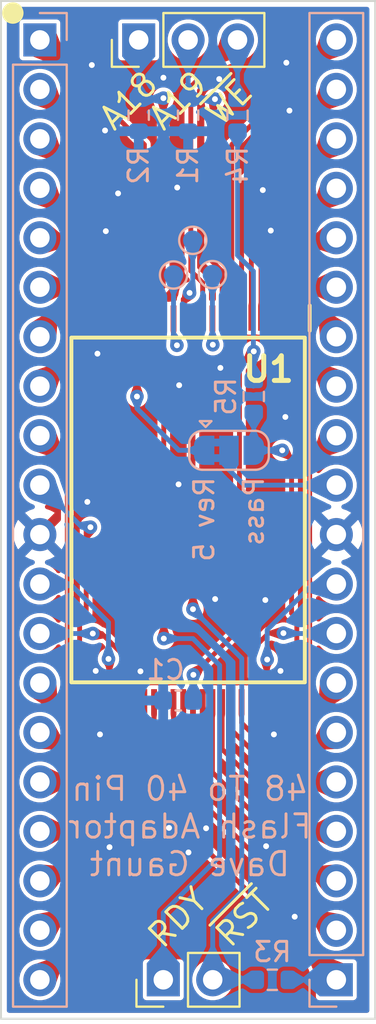
<source format=kicad_pcb>
(kicad_pcb (version 20241229) (generator "pcbnew") (generator_version "9.0")
  (layers (0 "F.Cu" signal) (2 "B.Cu" signal) (13 "F.Paste" user) (15 "B.Paste" user) (5 "F.SilkS" user "F.Silkscreen") (7 "B.SilkS" user "B.Silkscreen") (1 "F.Mask" user) (3 "B.Mask" user) (25 "Edge.Cuts" user))
  (net 0 "")
  (net 1 "GND")
  (net 2 "/A9")
  (net 3 "/A10")
  (net 4 "/A13")
  (net 5 "/A15")
  (net 6 "/A12")
  (net 7 "/A14")
  (net 8 "/A8")
  (net 9 "/A16")
  (net 10 "/~{BYTE}")
  (net 11 "/A11")
  (net 12 "/A1")
  (net 13 "/A0")
  (net 14 "/A3")
  (net 15 "/~{CE}")
  (net 16 "/A7")
  (net 17 "/A6")
  (net 18 "/A5")
  (net 19 "/A2")
  (net 20 "/~{OE}")
  (net 21 "/A17")
  (net 22 "/A4")
  (net 23 "/DQ5")
  (net 24 "/DQ14")
  (net 25 "/DQ15")
  (net 26 "/DQ13")
  (net 27 "/DQ4")
  (net 28 "/DQ6")
  (net 29 "/DQ12")
  (net 30 "/DQ7")
  (net 31 "/DQ1")
  (net 32 "/DQ2")
  (net 33 "/DQ11")
  (net 34 "/DQ8")
  (net 35 "/DQ3")
  (net 36 "/DQ0")
  (net 37 "/DQ10")
  (net 38 "/DQ9")
  (net 39 "Net-(JP1-B)")
  (net 40 "Net-(U1-NC_1)")
  (net 41 "Net-(U1-NC_2)")
  (net 42 "VCC")
  (net 43 "/READY")
  (net 44 "/A19")
  (net 45 "/~{RESET}")
  (net 46 "/~{WE}")
  (net 47 "/A18")
  (net 48 "Net-(U1-NC_3)")
  (footprint "Connector_PinHeader_2.54mm:PinHeader_1x03_P2.54mm_Vertical" (layer "F.Cu") (at 144.78 88.9 90)
    (property "Reference" "J1" (hide yes))
    (property "Value" "Address" (hide yes))
    (fp_line (start -1.38 -1.38) (end 0 -1.38) (stroke (width 0.12)) (layer "F.SilkS"))
    (fp_line (start -1.38 0) (end -1.38 -1.38) (stroke (width 0.12)) (layer "F.SilkS"))
    (fp_line (start 1.38 1.27) (end 1.38 6.46) (stroke (width 0.12)) (layer "F.SilkS"))
    (fp_line (start -1.38 1.27) (end 1.38 1.27) (stroke (width 0.12)) (layer "F.SilkS"))
    (fp_line (start -1.38 1.27) (end -1.38 6.46) (stroke (width 0.12)) (layer "F.SilkS"))
    (fp_line (start -1.38 6.46) (end 1.38 6.46) (stroke (width 0.12)) (layer "F.SilkS"))
    (pad "1" thru_hole rect (at 0 0 90) (size 1.7 1.7) (drill 1) (layers "*.Cu" "*.Mask") (net 47 "/A18"))
    (pad "2" thru_hole circle (at 0 2.54 90) (size 1.7 1.7) (drill 1) (layers "*.Cu" "*.Mask") (net 44 "/A19"))
    (pad "3" thru_hole circle (at 0 5.08 90) (size 1.7 1.7) (drill 1) (layers "*.Cu" "*.Mask") (net 46 "/~{WE}"))
  )
  (footprint "SamacSys_Parts:SOP50P2000X120-48N" (layer "F.Cu") (at 147.32 113.035 -90)
    (property "Reference" "U1" (at -7.225 -4.13 180) (layer "F.SilkS") (effects (font (size 1.27 1.27) (thickness 0.254))))
    (property "Value" "M29F160FT55N3E2" (hide yes))
    (fp_line (start -8.85 6) (end -8.85 -6) (stroke (width 0.2)) (layer "F.SilkS"))
    (fp_line (start 8.85 6) (end -8.85 6) (stroke (width 0.2)) (layer "F.SilkS"))
    (fp_line (start -8.85 -6) (end 8.85 -6) (stroke (width 0.2)) (layer "F.SilkS"))
    (fp_line (start 8.85 -6) (end 8.85 6) (stroke (width 0.2)) (layer "F.SilkS"))
    (fp_line (start -10.5 -6.25) (end -9.2 -6.25) (stroke (width 0.2)) (layer "F.SilkS"))
    (pad "1" smd rect (at -9.85 -5.75) (size 0.3 1.3) (layers "F.Cu" "F.Mask" "F.Paste") (net 5 "/A15"))
    (pad "2" smd rect (at -9.85 -5.25) (size 0.3 1.3) (layers "F.Cu" "F.Mask" "F.Paste") (net 7 "/A14"))
    (pad "3" smd rect (at -9.85 -4.75) (size 0.3 1.3) (layers "F.Cu" "F.Mask" "F.Paste") (net 4 "/A13"))
    (pad "4" smd rect (at -9.85 -4.25) (size 0.3 1.3) (layers "F.Cu" "F.Mask" "F.Paste") (net 6 "/A12"))
    (pad "5" smd rect (at -9.85 -3.75) (size 0.3 1.3) (layers "F.Cu" "F.Mask" "F.Paste") (net 11 "/A11"))
    (pad "6" smd rect (at -9.85 -3.25) (size 0.3 1.3) (layers "F.Cu" "F.Mask" "F.Paste") (net 3 "/A10"))
    (pad "7" smd rect (at -9.85 -2.75) (size 0.3 1.3) (layers "F.Cu" "F.Mask" "F.Paste") (net 2 "/A9"))
    (pad "8" smd rect (at -9.85 -2.25) (size 0.3 1.3) (layers "F.Cu" "F.Mask" "F.Paste") (net 8 "/A8"))
    (pad "9" smd rect (at -9.85 -1.75) (size 0.3 1.3) (layers "F.Cu" "F.Mask" "F.Paste") (net 44 "/A19"))
    (pad "10" smd rect (at -9.85 -1.25) (size 0.3 1.3) (layers "F.Cu" "F.Mask" "F.Paste") (net 40 "Net-(U1-NC_1)"))
    (pad "11" smd rect (at -9.85 -0.75) (size 0.3 1.3) (layers "F.Cu" "F.Mask" "F.Paste") (net 46 "/~{WE}"))
    (pad "12" smd rect (at -9.85 -0.25) (size 0.3 1.3) (layers "F.Cu" "F.Mask" "F.Paste") (net 45 "/~{RESET}"))
    (pad "13" smd rect (at -9.85 0.25) (size 0.3 1.3) (layers "F.Cu" "F.Mask" "F.Paste") (net 41 "Net-(U1-NC_2)"))
    (pad "14" smd rect (at -9.85 0.75) (size 0.3 1.3) (layers "F.Cu" "F.Mask" "F.Paste") (net 48 "Net-(U1-NC_3)"))
    (pad "15" smd rect (at -9.85 1.25) (size 0.3 1.3) (layers "F.Cu" "F.Mask" "F.Paste") (net 43 "/READY"))
    (pad "16" smd rect (at -9.85 1.75) (size 0.3 1.3) (layers "F.Cu" "F.Mask" "F.Paste") (net 47 "/A18"))
    (pad "17" smd rect (at -9.85 2.25) (size 0.3 1.3) (layers "F.Cu" "F.Mask" "F.Paste") (net 21 "/A17"))
    (pad "18" smd rect (at -9.85 2.75) (size 0.3 1.3) (layers "F.Cu" "F.Mask" "F.Paste") (net 16 "/A7"))
    (pad "19" smd rect (at -9.85 3.25) (size 0.3 1.3) (layers "F.Cu" "F.Mask" "F.Paste") (net 17 "/A6"))
    (pad "20" smd rect (at -9.85 3.75) (size 0.3 1.3) (layers "F.Cu" "F.Mask" "F.Paste") (net 18 "/A5"))
    (pad "21" smd rect (at -9.85 4.25) (size 0.3 1.3) (layers "F.Cu" "F.Mask" "F.Paste") (net 22 "/A4"))
    (pad "22" smd rect (at -9.85 4.75) (size 0.3 1.3) (layers "F.Cu" "F.Mask" "F.Paste") (net 14 "/A3"))
    (pad "23" smd rect (at -9.85 5.25) (size 0.3 1.3) (layers "F.Cu" "F.Mask" "F.Paste") (net 19 "/A2"))
    (pad "24" smd rect (at -9.85 5.75) (size 0.3 1.3) (layers "F.Cu" "F.Mask" "F.Paste") (net 12 "/A1"))
    (pad "25" smd rect (at 9.85 5.75) (size 0.3 1.3) (layers "F.Cu" "F.Mask" "F.Paste") (net 13 "/A0"))
    (pad "26" smd rect (at 9.85 5.25) (size 0.3 1.3) (layers "F.Cu" "F.Mask" "F.Paste") (net 15 "/~{CE}"))
    (pad "27" smd rect (at 9.85 4.75) (size 0.3 1.3) (layers "F.Cu" "F.Mask" "F.Paste") (net 1 "GND"))
    (pad "28" smd rect (at 9.85 4.25) (size 0.3 1.3) (layers "F.Cu" "F.Mask" "F.Paste") (net 20 "/~{OE}"))
    (pad "29" smd rect (at 9.85 3.75) (size 0.3 1.3) (layers "F.Cu" "F.Mask" "F.Paste") (net 36 "/DQ0"))
    (pad "30" smd rect (at 9.85 3.25) (size 0.3 1.3) (layers "F.Cu" "F.Mask" "F.Paste") (net 34 "/DQ8"))
    (pad "31" smd rect (at 9.85 2.75) (size 0.3 1.3) (layers "F.Cu" "F.Mask" "F.Paste") (net 31 "/DQ1"))
    (pad "32" smd rect (at 9.85 2.25) (size 0.3 1.3) (layers "F.Cu" "F.Mask" "F.Paste") (net 38 "/DQ9"))
    (pad "33" smd rect (at 9.85 1.75) (size 0.3 1.3) (layers "F.Cu" "F.Mask" "F.Paste") (net 32 "/DQ2"))
    (pad "34" smd rect (at 9.85 1.25) (size 0.3 1.3) (layers "F.Cu" "F.Mask" "F.Paste") (net 37 "/DQ10"))
    (pad "35" smd rect (at 9.85 0.75) (size 0.3 1.3) (layers "F.Cu" "F.Mask" "F.Paste") (net 35 "/DQ3"))
    (pad "36" smd rect (at 9.85 0.25) (size 0.3 1.3) (layers "F.Cu" "F.Mask" "F.Paste") (net 33 "/DQ11"))
    (pad "37" smd rect (at 9.85 -0.25) (size 0.3 1.3) (layers "F.Cu" "F.Mask" "F.Paste") (net 42 "VCC"))
    (pad "38" smd rect (at 9.85 -0.75) (size 0.3 1.3) (layers "F.Cu" "F.Mask" "F.Paste") (net 27 "/DQ4"))
    (pad "39" smd rect (at 9.85 -1.25) (size 0.3 1.3) (layers "F.Cu" "F.Mask" "F.Paste") (net 29 "/DQ12"))
    (pad "40" smd rect (at 9.85 -1.75) (size 0.3 1.3) (layers "F.Cu" "F.Mask" "F.Paste") (net 23 "/DQ5"))
    (pad "41" smd rect (at 9.85 -2.25) (size 0.3 1.3) (layers "F.Cu" "F.Mask" "F.Paste") (net 26 "/DQ13"))
    (pad "42" smd rect (at 9.85 -2.75) (size 0.3 1.3) (layers "F.Cu" "F.Mask" "F.Paste") (net 28 "/DQ6"))
    (pad "43" smd rect (at 9.85 -3.25) (size 0.3 1.3) (layers "F.Cu" "F.Mask" "F.Paste") (net 24 "/DQ14"))
    (pad "44" smd rect (at 9.85 -3.75) (size 0.3 1.3) (layers "F.Cu" "F.Mask" "F.Paste") (net 30 "/DQ7"))
    (pad "45" smd rect (at 9.85 -4.25) (size 0.3 1.3) (layers "F.Cu" "F.Mask" "F.Paste") (net 25 "/DQ15"))
    (pad "46" smd rect (at 9.85 -4.75) (size 0.3 1.3) (layers "F.Cu" "F.Mask" "F.Paste") (net 1 "GND"))
    (pad "47" smd rect (at 9.85 -5.25) (size 0.3 1.3) (layers "F.Cu" "F.Mask" "F.Paste") (net 39 "Net-(JP1-B)"))
    (pad "48" smd rect (at 9.85 -5.75) (size 0.3 1.3) (layers "F.Cu" "F.Mask" "F.Paste") (net 9 "/A16"))
  )
  (footprint "Connector_PinHeader_2.54mm:PinHeader_1x02_P2.54mm_Vertical" (layer "F.Cu") (at 146.045 137.16 90)
    (property "Reference" "J3" (hide yes))
    (property "Value" "Reset" (hide yes))
    (fp_line (start -1.38 -1.38) (end 0 -1.38) (stroke (width 0.12)) (layer "F.SilkS"))
    (fp_line (start -1.38 0) (end -1.38 -1.38) (stroke (width 0.12)) (layer "F.SilkS"))
    (fp_line (start 1.38 1.27) (end 1.38 3.92) (stroke (width 0.12)) (layer "F.SilkS"))
    (fp_line (start -1.38 1.27) (end 1.38 1.27) (stroke (width 0.12)) (layer "F.SilkS"))
    (fp_line (start -1.38 1.27) (end -1.38 3.92) (stroke (width 0.12)) (layer "F.SilkS"))
    (fp_line (start -1.38 3.92) (end 1.38 3.92) (stroke (width 0.12)) (layer "F.SilkS"))
    (pad "1" thru_hole rect (at 0 0 90) (size 1.7 1.7) (drill 1) (layers "*.Cu" "*.Mask") (net 43 "/READY"))
    (pad "2" thru_hole circle (at 0 2.54 90) (size 1.7 1.7) (drill 1) (layers "*.Cu" "*.Mask") (net 45 "/~{RESET}"))
  )
  (footprint "TestPoint:TestPoint_Pad_D1.0mm" (layer "B.Cu") (at 147.56 99.19 180)
    (property "Reference" "TP2" (hide yes))
    (property "Value" "TestPoint" (hide yes))
    (fp_circle (center 0 0) (end 0 -0.7) (stroke (width 0.12)) (fill no) (layer "B.SilkS"))
    (pad "1" smd circle (at 0 0 180) (size 1 1) (layers "B.Cu" "B.Mask") (net 41 "Net-(U1-NC_2)"))
  )
  (footprint "Connector_PinHeader_2.54mm:PinHeader_1x20_P2.54mm_Vertical" (layer "B.Cu") (at 139.7 88.9 180)
    (property "Reference" "J5" (hide yes))
    (property "Value" "Left Pins" (hide yes))
    (fp_line (start 1.38 -1.27) (end 1.38 -49.64) (stroke (width 0.12)) (layer "B.SilkS"))
    (fp_line (start -1.38 1.38) (end 0 1.38) (stroke (width 0.12)) (layer "B.SilkS"))
    (fp_line (start -1.38 0) (end -1.38 1.38) (stroke (width 0.12)) (layer "B.SilkS"))
    (fp_line (start -1.38 -1.27) (end 1.38 -1.27) (stroke (width 0.12)) (layer "B.SilkS"))
    (fp_line (start -1.38 -1.27) (end -1.38 -49.64) (stroke (width 0.12)) (layer "B.SilkS"))
    (fp_line (start -1.38 -49.64) (end 1.38 -49.64) (stroke (width 0.12)) (layer "B.SilkS"))
    (pad "1" thru_hole rect (at 0 0 180) (size 1.7 1.7) (drill 1) (layers "*.Cu" "*.Mask") (net 21 "/A17"))
    (pad "2" thru_hole circle (at 0 -2.54 180) (size 1.7 1.7) (drill 1) (layers "*.Cu" "*.Mask") (net 16 "/A7"))
    (pad "3" thru_hole circle (at 0 -5.08 180) (size 1.7 1.7) (drill 1) (layers "*.Cu" "*.Mask") (net 17 "/A6"))
    (pad "4" thru_hole circle (at 0 -7.62 180) (size 1.7 1.7) (drill 1) (layers "*.Cu" "*.Mask") (net 18 "/A5"))
    (pad "5" thru_hole circle (at 0 -10.16 180) (size 1.7 1.7) (drill 1) (layers "*.Cu" "*.Mask") (net 22 "/A4"))
    (pad "6" thru_hole circle (at 0 -12.7 180) (size 1.7 1.7) (drill 1) (layers "*.Cu" "*.Mask") (net 14 "/A3"))
    (pad "7" thru_hole circle (at 0 -15.24 180) (size 1.7 1.7) (drill 1) (layers "*.Cu" "*.Mask") (net 19 "/A2"))
    (pad "8" thru_hole circle (at 0 -17.78 180) (size 1.7 1.7) (drill 1) (layers "*.Cu" "*.Mask") (net 12 "/A1"))
    (pad "9" thru_hole circle (at 0 -20.32 180) (size 1.7 1.7) (drill 1) (layers "*.Cu" "*.Mask") (net 13 "/A0"))
    (pad "10" thru_hole circle (at 0 -22.86 180) (size 1.7 1.7) (drill 1) (layers "*.Cu" "*.Mask") (net 15 "/~{CE}"))
    (pad "11" thru_hole circle (at 0 -25.4 180) (size 1.7 1.7) (drill 1) (layers "*.Cu" "*.Mask") (net 1 "GND"))
    (pad "12" thru_hole circle (at 0 -27.94 180) (size 1.7 1.7) (drill 1) (layers "*.Cu" "*.Mask") (net 20 "/~{OE}"))
    (pad "13" thru_hole circle (at 0 -30.48 180) (size 1.7 1.7) (drill 1) (layers "*.Cu" "*.Mask") (net 36 "/DQ0"))
    (pad "14" thru_hole circle (at 0 -33.02 180) (size 1.7 1.7) (drill 1) (layers "*.Cu" "*.Mask") (net 34 "/DQ8"))
    (pad "15" thru_hole circle (at 0 -35.56 180) (size 1.7 1.7) (drill 1) (layers "*.Cu" "*.Mask") (net 31 "/DQ1"))
    (pad "16" thru_hole circle (at 0 -38.1 180) (size 1.7 1.7) (drill 1) (layers "*.Cu" "*.Mask") (net 38 "/DQ9"))
    (pad "17" thru_hole circle (at 0 -40.64 180) (size 1.7 1.7) (drill 1) (layers "*.Cu" "*.Mask") (net 32 "/DQ2"))
    (pad "18" thru_hole circle (at 0 -43.18 180) (size 1.7 1.7) (drill 1) (layers "*.Cu" "*.Mask") (net 37 "/DQ10"))
    (pad "19" thru_hole circle (at 0 -45.72 180) (size 1.7 1.7) (drill 1) (layers "*.Cu" "*.Mask") (net 35 "/DQ3"))
    (pad "20" thru_hole circle (at 0 -48.26 180) (size 1.7 1.7) (drill 1) (layers "*.Cu" "*.Mask") (net 33 "/DQ11"))
  )
  (footprint "Resistor_SMD:R_0603_1608Metric" (layer "B.Cu") (at 150.695 107.2075 -90)
    (property "Reference" "R5" (at 0 1.43 90) (layer "B.SilkS") (effects (justify mirror)))
    (property "Value" "10k" (hide yes))
    (fp_line (start -0.237258 0.5225) (end 0.237258 0.5225) (stroke (width 0.12)) (layer "B.SilkS"))
    (fp_line (start -0.237258 -0.5225) (end 0.237258 -0.5225) (stroke (width 0.12)) (layer "B.SilkS"))
    (pad "1" smd roundrect (at -0.825 0 270) (size 0.8 0.95) (layers "B.Cu" "B.Mask" "B.Paste") (net 42 "VCC"))
    (pad "2" smd roundrect (at 0.825 0 270) (size 0.8 0.95) (layers "B.Cu" "B.Mask" "B.Paste") (net 39 "Net-(JP1-B)"))
  )
  (footprint "Jumper:SolderJumper-3_P1.3mm_Bridged2Bar12_RoundedPad1.0x1.5mm" (layer "B.Cu") (at 149.42 109.9725)
    (property "Reference" "JP1" (hide yes))
    (property "Value" "SolderJumper_3_Bridged12" (hide yes))
    (fp_poly (pts (xy -0.9 -0.2) (xy -0.4 -0.2) (xy -0.4 -0.6) (xy -0.9 -0.6)) (fill yes) (layer "B.Cu"))
    (fp_poly (pts (xy -0.9 0.6) (xy -0.4 0.6) (xy -0.4 0.2) (xy -0.9 0.2)) (fill yes) (layer "B.Cu"))
    (fp_line (start -2.05 -0.3) (end -2.05 0.3) (stroke (width 0.12)) (layer "B.SilkS"))
    (fp_line (start -1.5 -1.5) (end -0.9 -1.5) (stroke (width 0.12)) (layer "B.SilkS"))
    (fp_line (start -1.4 1) (end 1.4 1) (stroke (width 0.12)) (layer "B.SilkS"))
    (fp_line (start -1.2 -1.2) (end -1.5 -1.5) (stroke (width 0.12)) (layer "B.SilkS"))
    (fp_line (start -1.2 -1.2) (end -0.9 -1.5) (stroke (width 0.12)) (layer "B.SilkS"))
    (fp_line (start 1.4 -1) (end -1.4 -1) (stroke (width 0.12)) (layer "B.SilkS"))
    (fp_line (start 2.05 0.3) (end 2.05 -0.3) (stroke (width 0.12)) (layer "B.SilkS"))
    (fp_arc (start -2.05 -0.3) (mid -1.844975 -0.794975) (end -1.35 -1) (stroke (width 0.12)) (layer "B.SilkS"))
    (fp_arc (start -1.35 1) (mid -1.844975 0.794975) (end -2.05 0.3) (stroke (width 0.12)) (layer "B.SilkS"))
    (fp_arc (start 1.35 -1) (mid 1.844975 -0.794975) (end 2.05 -0.3) (stroke (width 0.12)) (layer "B.SilkS"))
    (fp_arc (start 2.05 0.3) (mid 1.844975 0.794975) (end 1.35 1) (stroke (width 0.12)) (layer "B.SilkS"))
    (pad "1" smd custom (at -1.3 0) (size 1 0.5) (layers "B.Cu" "B.Mask") (net 21 "/A17") (options (clearance outline) (anchor rect)) (primitives (gr_circle (center 0 -0.25) (end 0.5 -0.25) (width 0) (fill yes)) (gr_circle (center 0 0.25) (end 0.5 0.25) (width 0) (fill yes)) (gr_poly (pts (xy 0.55 -0.75) (xy 0 -0.75) (xy 0 0.75) (xy 0.55 0.75)) (width 0) (fill yes))))
    (pad "2" smd rect (at 0 0) (size 1 1.5) (layers "B.Cu" "B.Mask") (net 10 "/~{BYTE}"))
    (pad "3" smd custom (at 1.3 0) (size 1 0.5) (layers "B.Cu" "B.Mask") (net 39 "Net-(JP1-B)") (options (clearance outline) (anchor rect)) (primitives (gr_circle (center 0 -0.25) (end 0.5 -0.25) (width 0) (fill yes)) (gr_circle (center 0 0.25) (end 0.5 0.25) (width 0) (fill yes)) (gr_poly (pts (xy 0 -0.75) (xy -0.55 -0.75) (xy -0.55 0.75) (xy 0 0.75)) (width 0) (fill yes))))
  )
  (footprint "Resistor_SMD:R_0603_1608Metric" (layer "B.Cu") (at 149.86 92.765 -90)
    (property "Reference" "R4" (at 2.585 -0.01 90) (layer "B.SilkS") (effects (justify mirror)))
    (property "Value" "10k")
    (fp_line (start -0.237258 0.5225) (end 0.237258 0.5225) (stroke (width 0.12)) (layer "B.SilkS"))
    (fp_line (start -0.237258 -0.5225) (end 0.237258 -0.5225) (stroke (width 0.12)) (layer "B.SilkS"))
    (pad "1" smd roundrect (at -0.825 0 270) (size 0.8 0.95) (layers "B.Cu" "B.Mask" "B.Paste") (net 46 "/~{WE}"))
    (pad "2" smd roundrect (at 0.825 0 270) (size 0.8 0.95) (layers "B.Cu" "B.Mask" "B.Paste") (net 42 "VCC"))
  )
  (footprint "Resistor_SMD:R_0603_1608Metric" (layer "B.Cu") (at 151.65 137.16 180)
    (property "Reference" "R3" (at 0 1.43 0) (layer "B.SilkS") (effects (justify mirror)))
    (property "Value" "10k")
    (fp_line (start -0.237258 0.5225) (end 0.237258 0.5225) (stroke (width 0.12)) (layer "B.SilkS"))
    (fp_line (start -0.237258 -0.5225) (end 0.237258 -0.5225) (stroke (width 0.12)) (layer "B.SilkS"))
    (pad "1" smd roundrect (at -0.825 0 180) (size 0.8 0.95) (layers "B.Cu" "B.Mask" "B.Paste") (net 42 "VCC"))
    (pad "2" smd roundrect (at 0.825 0 180) (size 0.8 0.95) (layers "B.Cu" "B.Mask" "B.Paste") (net 45 "/~{RESET}"))
  )
  (footprint "Capacitor_SMD:C_0603_1608Metric" (layer "B.Cu") (at 146.815 122.82)
    (property "Reference" "C1" (at -0.655 -1.57 0) (layer "B.SilkS") (effects (justify mirror)))
    (property "Value" "100nf" (hide yes))
    (fp_line (start -0.14058 -0.51) (end 0.14058 -0.51) (stroke (width 0.12)) (layer "B.SilkS"))
    (fp_line (start -0.14058 0.51) (end 0.14058 0.51) (stroke (width 0.12)) (layer "B.SilkS"))
    (pad "1" smd roundrect (at -0.775 0) (size 0.9 0.95) (layers "B.Cu" "B.Mask" "B.Paste") (net 1 "GND"))
    (pad "2" smd roundrect (at 0.775 0) (size 0.9 0.95) (layers "B.Cu" "B.Mask" "B.Paste") (net 42 "VCC"))
  )
  (footprint "Connector_PinHeader_2.54mm:PinHeader_1x20_P2.54mm_Vertical" (layer "B.Cu") (at 154.94 137.16)
    (property "Reference" "J2" (hide yes))
    (property "Value" "Right Pins" (hide yes))
    (fp_line (start -1.38 -49.64) (end 1.38 -49.64) (stroke (width 0.12)) (layer "B.SilkS"))
    (fp_line (start -1.38 -1.27) (end -1.38 -49.64) (stroke (width 0.12)) (layer "B.SilkS"))
    (fp_line (start -1.38 -1.27) (end 1.38 -1.27) (stroke (width 0.12)) (layer "B.SilkS"))
    (fp_line (start -1.38 0) (end -1.38 1.38) (stroke (width 0.12)) (layer "B.SilkS"))
    (fp_line (start -1.38 1.38) (end 0 1.38) (stroke (width 0.12)) (layer "B.SilkS"))
    (fp_line (start 1.38 -1.27) (end 1.38 -49.64) (stroke (width 0.12)) (layer "B.SilkS"))
    (pad "1" thru_hole rect (at 0 0) (size 1.7 1.7) (drill 1) (layers "*.Cu" "*.Mask") (net 42 "VCC"))
    (pad "2" thru_hole circle (at 0 -2.54) (size 1.7 1.7) (drill 1) (layers "*.Cu" "*.Mask") (net 27 "/DQ4"))
    (pad "3" thru_hole circle (at 0 -5.08) (size 1.7 1.7) (drill 1) (layers "*.Cu" "*.Mask") (net 29 "/DQ12"))
    (pad "4" thru_hole circle (at 0 -7.62) (size 1.7 1.7) (drill 1) (layers "*.Cu" "*.Mask") (net 23 "/DQ5"))
    (pad "5" thru_hole circle (at 0 -10.16) (size 1.7 1.7) (drill 1) (layers "*.Cu" "*.Mask") (net 26 "/DQ13"))
    (pad "6" thru_hole circle (at 0 -12.7) (size 1.7 1.7) (drill 1) (layers "*.Cu" "*.Mask") (net 28 "/DQ6"))
    (pad "7" thru_hole circle (at 0 -15.24) (size 1.7 1.7) (drill 1) (layers "*.Cu" "*.Mask") (net 24 "/DQ14"))
    (pad "8" thru_hole circle (at 0 -17.78) (size 1.7 1.7) (drill 1) (layers "*.Cu" "*.Mask") (net 30 "/DQ7"))
    (pad "9" thru_hole circle (at 0 -20.32) (size 1.7 1.7) (drill 1) (layers "*.Cu" "*.Mask") (net 25 "/DQ15"))
    (pad "10" thru_hole circle (at 0 -22.86) (size 1.7 1.7) (drill 1) (layers "*.Cu" "*.Mask") (net 1 "GND"))
    (pad "11" thru_hole circle (at 0 -25.4) (size 1.7 1.7) (drill 1) (layers "*.Cu" "*.Mask") (net 10 "/~{BYTE}"))
    (pad "12" thru_hole circle (at 0 -27.94) (size 1.7 1.7) (drill 1) (layers "*.Cu" "*.Mask") (net 9 "/A16"))
    (pad "13" thru_hole circle (at 0 -30.48) (size 1.7 1.7) (drill 1) (layers "*.Cu" "*.Mask") (net 5 "/A15"))
    (pad "14" thru_hole circle (at 0 -33.02) (size 1.7 1.7) (drill 1) (layers "*.Cu" "*.Mask") (net 7 "/A14"))
    (pad "15" thru_hole circle (at 0 -35.56) (size 1.7 1.7) (drill 1) (layers "*.Cu" "*.Mask") (net 4 "/A13"))
    (pad "16" thru_hole circle (at 0 -38.1) (size 1.7 1.7) (drill 1) (layers "*.Cu" "*.Mask") (net 6 "/A12"))
    (pad "17" thru_hole circle (at 0 -40.64) (size 1.7 1.7) (drill 1) (layers "*.Cu" "*.Mask") (net 11 "/A11"))
    (pad "18" thru_hole circle (at 0 -43.18) (size 1.7 1.7) (drill 1) (layers "*.Cu" "*.Mask") (net 3 "/A10"))
    (pad "19" thru_hole circle (at 0 -45.72) (size 1.7 1.7) (drill 1) (layers "*.Cu" "*.Mask") (net 2 "/A9"))
    (pad "20" thru_hole circle (at 0 -48.26) (size 1.7 1.7) (drill 1) (layers "*.Cu" "*.Mask") (net 8 "/A8"))
  )
  (footprint "Resistor_SMD:R_0603_1608Metric" (layer "B.Cu") (at 144.78 92.765 90)
    (property "Reference" "R2" (at -2.585 -0.01 90) (layer "B.SilkS") (effects (justify mirror)))
    (property "Value" "10k" (hide yes))
    (fp_line (start -0.237258 -0.5225) (end 0.237258 -0.5225) (stroke (width 0.12)) (layer "B.SilkS"))
    (fp_line (start -0.237258 0.5225) (end 0.237258 0.5225) (stroke (width 0.12)) (layer "B.SilkS"))
    (pad "1" smd roundrect (at -0.825 0 90) (size 0.8 0.95) (layers "B.Cu" "B.Mask" "B.Paste") (net 1 "GND"))
    (pad "2" smd roundrect (at 0.825 0 90) (size 0.8 0.95) (layers "B.Cu" "B.Mask" "B.Paste") (net 47 "/A18"))
  )
  (footprint "TestPoint:TestPoint_Pad_D1.0mm" (layer "B.Cu") (at 146.57 100.97 180)
    (property "Reference" "TP3" (hide yes))
    (property "Value" "TestPoint" (hide yes))
    (fp_circle (center 0 0) (end 0 -0.7) (stroke (width 0.12)) (fill no) (layer "B.SilkS"))
    (pad "1" smd circle (at 0 0 180) (size 1 1) (layers "B.Cu" "B.Mask") (net 48 "Net-(U1-NC_3)"))
  )
  (footprint "Resistor_SMD:R_0603_1608Metric" (layer "B.Cu") (at 147.32 92.765 90)
    (property "Reference" "R1" (at -2.585 -0.01 90) (layer "B.SilkS") (effects (justify mirror)))
    (property "Value" "10k" (hide yes))
    (fp_line (start -0.237258 -0.5225) (end 0.237258 -0.5225) (stroke (width 0.12)) (layer "B.SilkS"))
    (fp_line (start -0.237258 0.5225) (end 0.237258 0.5225) (stroke (width 0.12)) (layer "B.SilkS"))
    (pad "1" smd roundrect (at -0.825 0 90) (size 0.8 0.95) (layers "B.Cu" "B.Mask" "B.Paste") (net 1 "GND"))
    (pad "2" smd roundrect (at 0.825 0 90) (size 0.8 0.95) (layers "B.Cu" "B.Mask" "B.Paste") (net 44 "/A19"))
  )
  (footprint "TestPoint:TestPoint_Pad_D1.0mm" (layer "B.Cu") (at 148.57 100.95 180)
    (property "Reference" "TP1" (hide yes))
    (property "Value" "TestPoint" (hide yes))
    (fp_circle (center 0 0) (end 0 -0.7) (stroke (width 0.12)) (fill no) (layer "B.SilkS"))
    (pad "1" smd circle (at 0 0 180) (size 1 1) (layers "B.Cu" "B.Mask") (net 40 "Net-(U1-NC_1)"))
  )
  (gr_circle (center 138.31 87.52) (end 138.81 87.52) (stroke (width 0.1)) (fill yes) (layer "F.SilkS"))
  (gr_rect (start 137.7 86.9) (end 156.94 139.16) (stroke (width 0.1)) (fill no) (layer "Edge.Cuts"))
  (gr_text "A19" (at 148.54 91.26 45) (layer "F.SilkS") (effects (font (size 1.2 1.2)) (justify right bottom)))
  (gr_text "~{WE}" (at 150.874181 91.660273 45) (layer "F.SilkS") (effects (font (size 1.2 1.2)) (justify right bottom)))
  (gr_text "A18" (at 146 91.26 45) (layer "F.SilkS") (effects (font (size 1.2 1.2)) (justify right bottom)))
  (gr_text "RDY" (at 146.01 135.75 45) (layer "F.SilkS") (effects (font (size 1.2 1.2)) (justify left bottom)))
  (gr_text "~{RST}\n" (at 149.48 135.705805 45) (layer "F.SilkS") (effects (font (size 1.2 1.2)) (justify left bottom)))
  (gr_text "Pass" (at 150.695 111.25 90) (layer "B.SilkS") (effects (font (size 1 1)) (justify left mirror)))
  (gr_text "Rev 5" (at 148.145 111.25 90) (layer "B.SilkS") (effects (font (size 1 1)) (justify left mirror)))
  (gr_text "48 To 40 Pin\nFlash Adaptor\nDave Gaunt" (at 147.41 129.29 0) (layer "B.SilkS") (effects (font (size 1.2 1.2)) (justify mirror)))
  (segment (start 152.07 121.3) (end 152.07 122.885) (width 0.25) (layer "F.Cu") (net 1))
  (segment (start 142.57 121.29) (end 142.57 122.885) (width 0.25) (layer "F.Cu") (net 1))
  (via (at 152.8 133.92) (size 0.7) (drill 0.3) (layers "F.Cu" "B.Cu") (net 1))
  (via (at 142.57 121.3) (size 0.7) (drill 0.3) (layers "F.Cu" "B.Cu") (net 1))
  (via (at 148.71 117.61) (size 0.7) (drill 0.3) (layers "F.Cu" "B.Cu") (net 1))
  (via (at 151.16 96.61) (size 0.7) (drill 0.3) (layers "F.Cu" "B.Cu") (net 1))
  (via (at 142.66 105.01) (size 0.7) (drill 0.3) (layers "F.Cu" "B.Cu") (net 1))
  (via (at 152.32 108.26) (size 0.7) (drill 0.3) (layers "F.Cu" "B.Cu") (net 1))
  (via (at 151.57 98.69) (size 0.7) (drill 0.3) (layers "F.Cu" "B.Cu") (net 1))
  (via (at 143.05 93.55) (size 0.7) (drill 0.3) (layers "F.Cu" "B.Cu") (net 1))
  (via (at 146.34 129.36) (size 0.7) (drill 0.3) (layers "F.Cu" "B.Cu") (net 1))
  (via (at 152.37 90.07) (size 0.7) (drill 0.3) (layers "F.Cu" "B.Cu") (net 1))
  (via (at 148.98 105.74) (size 0.7) (drill 0.3) (layers "F.Cu" "B.Cu") (net 1))
  (via (at 142.37 90.19) (size 0.7) (drill 0.3) (layers "F.Cu" "B.Cu") (net 1))
  (via (at 147.34 130.62) (size 0.7) (drill 0.3) (layers "F.Cu" "B.Cu") (net 1))
  (via (at 146.76 96.48) (size 0.7) (drill 0.3) (layers "F.Cu" "B.Cu") (net 1))
  (via (at 143.28 130.35) (size 0.7) (drill 0.3) (layers "F.Cu" "B.Cu") (net 1))
  (via (at 144.87 121.32) (size 0.7) (drill 0.3) (layers "F.Cu" "B.Cu") (net 1))
  (via (at 151.33 130.3) (size 0.7) (drill 0.3) (layers "F.Cu" "B.Cu") (net 1))
  (via (at 151.29 117.66) (size 0.7) (drill 0.3) (layers "F.Cu" "B.Cu") (net 1))
  (via (at 148.245 129.38) (size 0.7) (drill 0.3) (layers "F.Cu" "B.Cu") (net 1))
  (via (at 146.86 106.63) (size 0.7) (drill 0.3) (layers "F.Cu" "B.Cu") (net 1))
  (via (at 143.09 98.72) (size 0.7) (drill 0.3) (layers "F.Cu" "B.Cu") (net 1))
  (via (at 146.05 90.84) (size 0.7) (drill 0.3) (layers "F.Cu" "B.Cu") (net 1))
  (via (at 142.14 112.62) (size 0.7) (drill 0.3) (layers "F.Cu" "B.Cu") (net 1))
  (via (at 151.73 124.56) (size 0.7) (drill 0.3) (layers "F.Cu" "B.Cu") (net 1))
  (via (at 142.79 124.56) (size 0.7) (drill 0.3) (layers "F.Cu" "B.Cu") (net 1))
  (via (at 148.92 90.91) (size 0.7) (drill 0.3) (layers "F.Cu" "B.Cu") (net 1))
  (via (at 146.83 111.72) (size 0.7) (drill 0.3) (layers "F.Cu" "B.Cu") (net 1))
  (via (at 152.07 121.3) (size 0.7) (drill 0.3) (layers "F.Cu" "B.Cu") (net 1))
  (via (at 143.72 96.78) (size 0.7) (drill 0.3) (layers "F.Cu" "B.Cu") (net 1))
  (via (at 152.53 92.53) (size 0.7) (drill 0.3) (layers "F.Cu" "B.Cu") (net 1))
  (segment (start 150.07 96.31) (end 154.94 91.44) (width 0.25) (layer "F.Cu") (net 2))
  (segment (start 150.07 103.185) (end 150.07 96.31) (width 0.25) (layer "F.Cu") (net 2))
  (segment (start 150.57 103.185) (end 150.57 98.35) (width 0.25) (layer "F.Cu") (net 3))
  (segment (start 150.57 98.35) (end 154.94 93.98) (width 0.25) (layer "F.Cu") (net 3))
  (segment (start 152.53 101.6) (end 154.94 101.6) (width 0.25) (layer "F.Cu") (net 4))
  (segment (start 152.07 102.06) (end 152.53 101.6) (width 0.25) (layer "F.Cu") (net 4))
  (segment (start 152.07 103.185) (end 152.07 102.06) (width 0.25) (layer "F.Cu") (net 4))
  (segment (start 153.07 103.185) (end 153.07 104.81) (width 0.25) (layer "F.Cu") (net 5))
  (segment (start 153.07 104.81) (end 154.94 106.68) (width 0.25) (layer "F.Cu") (net 5))
  (segment (start 151.57 101.227919) (end 153.737919 99.06) (width 0.25) (layer "F.Cu") (net 6))
  (segment (start 153.737919 99.06) (end 154.94 99.06) (width 0.25) (layer "F.Cu") (net 6))
  (segment (start 151.57 103.185) (end 151.57 101.227919) (width 0.25) (layer "F.Cu") (net 6))
  (segment (start 153.546 102.209) (end 154.94 103.603) (width 0.25) (layer "F.Cu") (net 7))
  (segment (start 154.94 103.603) (end 154.94 104.14) (width 0.25) (layer "F.Cu") (net 7))
  (segment (start 152.57 102.233) (end 152.594 102.209) (width 0.25) (layer "F.Cu") (net 7))
  (segment (start 152.57 103.185) (end 152.57 102.233) (width 0.25) (layer "F.Cu") (net 7))
  (segment (start 152.594 102.209) (end 153.546 102.209) (width 0.25) (layer "F.Cu") (net 7))
  (segment (start 149.57 103.185) (end 149.57 94.27) (width 0.25) (layer "F.Cu") (net 8))
  (segment (start 149.57 94.27) (end 154.94 88.9) (width 0.25) (layer "F.Cu") (net 8))
  (segment (start 153.07 122.22) (end 153.57 121.72) (width 0.25) (layer "F.Cu") (net 9))
  (segment (start 153.07 122.885) (end 153.07 122.22) (width 0.25) (layer "F.Cu") (net 9))
  (segment (start 153.57 110.59) (end 154.94 109.22) (width 0.25) (layer "F.Cu") (net 9))
  (segment (start 153.57 121.72) (end 153.57 110.59) (width 0.25) (layer "F.Cu") (net 9))
  (segment (start 149.42 110.9725) (end 150.2075 111.76) (width 0.25) (layer "B.Cu") (net 10))
  (segment (start 149.42 109.9725) (end 149.42 110.9725) (width 0.25) (layer "B.Cu") (net 10))
  (segment (start 150.2075 111.76) (end 154.94 111.76) (width 0.25) (layer "B.Cu") (net 10))
  (segment (start 151.07 100.39) (end 154.94 96.52) (width 0.25) (layer "F.Cu") (net 11))
  (segment (start 151.07 103.185) (end 151.07 100.39) (width 0.25) (layer "F.Cu") (net 11))
  (segment (start 141.57 104.81) (end 139.7 106.68) (width 0.25) (layer "F.Cu") (net 12))
  (segment (start 141.57 103.185) (end 141.57 104.81) (width 0.25) (layer "F.Cu") (net 12))
  (segment (start 141.57 122.885) (end 141.58 122.875) (width 0.25) (layer "F.Cu") (net 13))
  (segment (start 141.58 122) (end 141.11 121.53) (width 0.25) (layer "F.Cu") (net 13))
  (segment (start 141.11 121.53) (end 141.11 110.63) (width 0.25) (layer "F.Cu") (net 13))
  (segment (start 141.58 122.875) (end 141.58 122) (width 0.25) (layer "F.Cu") (net 13))
  (segment (start 141.11 110.63) (end 139.7 109.22) (width 0.25) (layer "F.Cu") (net 13))
  (segment (start 142.57 103.185) (end 142.57 102.09519) (width 0.25) (layer "F.Cu") (net 14))
  (segment (start 142.57 102.09519) (end 142.07481 101.6) (width 0.25) (layer "F.Cu") (net 14))
  (segment (start 142.07481 101.6) (end 139.7 101.6) (width 0.25) (layer "F.Cu") (net 14))
  (segment (start 141.744 118.636) (end 141.744 121.430009) (width 0.25) (layer "F.Cu") (net 15))
  (segment (start 141.744 121.430009) (end 142.07 121.756009) (width 0.25) (layer "F.Cu") (net 15))
  (segment (start 142.08 118.3) (end 141.744 118.636) (width 0.25) (layer "F.Cu") (net 15))
  (segment (start 142.08 114.14) (end 142.08 118.3) (width 0.25) (layer "F.Cu") (net 15))
  (segment (start 142.07 121.756009) (end 142.07 122.885) (width 0.25) (layer "F.Cu") (net 15))
  (via (at 142.3 113.92) (size 0.7) (drill 0.3) (layers "F.Cu" "B.Cu") (net 15))
  (segment (start 141.86 113.92) (end 139.7 111.76) (width 0.25) (layer "B.Cu") (net 15))
  (segment (start 142.3 113.92) (end 141.86 113.92) (width 0.25) (layer "B.Cu") (net 15))
  (segment (start 144.57 103.185) (end 144.57 96.31) (width 0.25) (layer "F.Cu") (net 16))
  (segment (start 144.57 96.31) (end 139.7 91.44) (width 0.25) (layer "F.Cu") (net 16))
  (segment (start 144.07 103.185) (end 144.07 98.35) (width 0.25) (layer "F.Cu") (net 17))
  (segment (start 144.07 98.35) (end 139.7 93.98) (width 0.25) (layer "F.Cu") (net 17))
  (segment (start 143.57 100.39) (end 139.7 96.52) (width 0.25) (layer "F.Cu") (net 18))
  (segment (start 143.57 103.185) (end 143.57 100.39) (width 0.25) (layer "F.Cu") (net 18))
  (segment (start 141.094 102.209) (end 139.7 103.603) (width 0.25) (layer "F.Cu") (net 19))
  (segment (start 142.07 103.185) (end 142.07 102.233) (width 0.25) (layer "F.Cu") (net 19))
  (segment (start 139.7 103.603) (end 139.7 104.14) (width 0.25) (layer "F.Cu") (net 19))
  (segment (start 142.07 102.233) (end 142.046 102.209) (width 0.25) (layer "F.Cu") (net 19))
  (segment (start 142.046 102.209) (end 141.094 102.209) (width 0.25) (layer "F.Cu") (net 19))
  (segment (start 143.07 122.885) (end 143.07 121.756009) (width 0.25) (layer "F.Cu") (net 20))
  (segment (start 143.246 120.703866) (end 143.226585 120.684451) (width 0.25) (layer "F.Cu") (net 20))
  (segment (start 143.246 121.580009) (end 143.246 120.703866) (width 0.25) (layer "F.Cu") (net 20))
  (segment (start 143.07 121.756009) (end 143.246 121.580009) (width 0.25) (layer "F.Cu") (net 20))
  (via (at 143.226585 120.684451) (size 0.7) (drill 0.3) (layers "F.Cu" "B.Cu") (net 20))
  (segment (start 141.25 116.83) (end 139.71 116.83) (width 0.25) (layer "B.Cu") (net 20))
  (segment (start 139.71 116.83) (end 139.7 116.84) (width 0.25) (layer "B.Cu") (net 20))
  (segment (start 143.226585 120.684451) (end 143.226585 118.806585) (width 0.25) (layer "B.Cu") (net 20))
  (segment (start 143.226585 118.806585) (end 141.25 116.83) (width 0.25) (layer "B.Cu") (net 20))
  (segment (start 144.69 107.21) (end 144.69 104.517) (width 0.25) (layer "F.Cu") (net 21))
  (segment (start 144.69 104.517) (end 145.07 104.137) (width 0.25) (layer "F.Cu") (net 21))
  (segment (start 145.07 94.27) (end 139.7 88.9) (width 0.25) (layer "F.Cu") (net 21))
  (segment (start 145.07 103.185) (end 145.07 94.27) (width 0.25) (layer "F.Cu") (net 21))
  (segment (start 145.07 104.137) (end 145.07 103.185) (width 0.25) (layer "F.Cu") (net 21))
  (via (at 144.69 107.21) (size 0.7) (drill 0.3) (layers "F.Cu" "B.Cu") (net 21))
  (segment (start 144.69 107.21) (end 144.69 107.82) (width 0.25) (layer "B.Cu") (net 21))
  (segment (start 144.69 107.82) (end 146.8425 109.9725) (width 0.25) (layer "B.Cu") (net 21))
  (segment (start 146.8425 109.9725) (end 148.12 109.9725) (width 0.25) (layer "B.Cu") (net 21))
  (segment (start 140.902081 99.06) (end 139.7 99.06) (width 0.25) (layer "F.Cu") (net 22))
  (segment (start 143.07 103.185) (end 143.07 101.227919) (width 0.25) (layer "F.Cu") (net 22))
  (segment (start 143.07 101.227919) (end 140.902081 99.06) (width 0.25) (layer "F.Cu") (net 22))
  (segment (start 149.07 125.32) (end 153.29 129.54) (width 0.25) (layer "F.Cu") (net 23))
  (segment (start 153.29 129.54) (end 154.94 129.54) (width 0.25) (layer "F.Cu") (net 23))
  (segment (start 149.07 122.885) (end 149.07 125.32) (width 0.25) (layer "F.Cu") (net 23))
  (segment (start 153.546 123.861) (end 154.94 122.467) (width 0.25) (layer "F.Cu") (net 24))
  (segment (start 150.57 122.885) (end 150.57 123.837) (width 0.25) (layer "F.Cu") (net 24))
  (segment (start 154.94 122.467) (end 154.94 121.92) (width 0.25) (layer "F.Cu") (net 24))
  (segment (start 150.57 123.837) (end 150.594 123.861) (width 0.25) (layer "F.Cu") (net 24))
  (segment (start 150.594 123.861) (end 153.546 123.861) (width 0.25) (layer "F.Cu") (net 24))
  (segment (start 151.385248 121.571257) (end 151.385248 120.715947) (width 0.25) (layer "F.Cu") (net 25))
  (segment (start 151.57 121.756009) (end 151.385248 121.571257) (width 0.25) (layer "F.Cu") (net 25))
  (segment (start 151.57 122.885) (end 151.57 121.756009) (width 0.25) (layer "F.Cu") (net 25))
  (via (at 151.385248 120.715947) (size 0.7) (drill 0.3) (layers "F.Cu" "B.Cu") (net 25))
  (segment (start 151.385248 119.192671) (end 153.737919 116.84) (width 0.25) (layer "B.Cu") (net 25))
  (segment (start 153.737919 116.84) (end 154.94 116.84) (width 0.25) (layer "B.Cu") (net 25))
  (segment (start 151.385248 120.715947) (end 151.385248 119.192671) (width 0.25) (layer "B.Cu") (net 25))
  (segment (start 149.57 124.35) (end 152.22 127) (width 0.25) (layer "F.Cu") (net 26))
  (segment (start 152.22 127) (end 154.94 127) (width 0.25) (layer "F.Cu") (net 26))
  (segment (start 149.57 122.885) (end 149.57 124.35) (width 0.25) (layer "F.Cu") (net 26))
  (segment (start 154.61 134.62) (end 154.94 134.62) (width 0.25) (layer "F.Cu") (net 27))
  (segment (start 148.07 122.885) (end 148.07 128.08) (width 0.25) (layer "F.Cu") (net 27))
  (segment (start 148.07 128.08) (end 154.61 134.62) (width 0.25) (layer "F.Cu") (net 27))
  (segment (start 150.07 123.97) (end 150.07 122.885) (width 0.25) (layer "F.Cu") (net 28))
  (segment (start 151.36 125.26) (end 150.412 124.312) (width 0.25) (layer "F.Cu") (net 28))
  (segment (start 150.119 124.02381) (end 150.119 124.019) (width 0.25) (layer "F.Cu") (net 28))
  (segment (start 150.412 124.312) (end 150.40719 124.312) (width 0.25) (layer "F.Cu") (net 28))
  (segment (start 154.14 125.26) (end 151.36 125.26) (width 0.25) (layer "F.Cu") (net 28))
  (segment (start 150.119 124.019) (end 150.07 123.97) (width 0.25) (layer "F.Cu") (net 28))
  (segment (start 150.40719 124.312) (end 150.119 124.02381) (width 0.25) (layer "F.Cu") (net 28))
  (segment (start 154.94 124.46) (end 154.14 125.26) (width 0.25) (layer "F.Cu") (net 28))
  (segment (start 154.14 132.08) (end 154.94 132.08) (width 0.25) (layer "F.Cu") (net 29))
  (segment (start 148.57 122.885) (end 148.57 126.51) (width 0.25) (layer "F.Cu") (net 29))
  (segment (start 148.57 126.51) (end 154.14 132.08) (width 0.25) (layer "F.Cu") (net 29))
  (segment (start 151.07 121.933) (end 151.07 122.885) (width 0.25) (layer "F.Cu") (net 30))
  (segment (start 150.709248 121.572248) (end 151.07 121.933) (width 0.25) (layer "F.Cu") (net 30))
  (segment (start 152.22 119.36) (end 151.46 119.36) (width 0.25) (layer "F.Cu") (net 30))
  (segment (start 151.46 119.36) (end 150.709248 120.110752) (width 0.25) (layer "F.Cu") (net 30))
  (segment (start 150.709248 120.110752) (end 150.709248 121.572248) (width 0.25) (layer "F.Cu") (net 30))
  (via (at 152.22 119.36) (size 0.7) (drill 0.3) (layers "F.Cu" "B.Cu") (net 30))
  (segment (start 152.24 119.38) (end 154.94 119.38) (width 0.25) (layer "B.Cu") (net 30))
  (segment (start 152.22 119.36) (end 152.24 119.38) (width 0.25) (layer "B.Cu") (net 30))
  (segment (start 140.5 125.26) (end 143.147 125.26) (width 0.25) (layer "F.Cu") (net 31))
  (segment (start 139.7 124.46) (end 140.5 125.26) (width 0.25) (layer "F.Cu") (net 31))
  (segment (start 144.57 123.837) (end 144.57 122.885) (width 0.25) (layer "F.Cu") (net 31))
  (segment (start 143.147 125.26) (end 144.57 123.837) (width 0.25) (layer "F.Cu") (net 31))
  (segment (start 145.57 125.27) (end 141.33 129.51) (width 0.25) (layer "F.Cu") (net 32))
  (segment (start 140.17262 129.51) (end 140.14262 129.54) (width 0.25) (layer "F.Cu") (net 32))
  (segment (start 145.57 122.885) (end 145.57 125.27) (width 0.25) (layer "F.Cu") (net 32))
  (segment (start 141.33 129.51) (end 140.17262 129.51) (width 0.25) (layer "F.Cu") (net 32))
  (segment (start 140.14262 129.54) (end 139.7 129.54) (width 0.25) (layer "F.Cu") (net 32))
  (segment (start 147.07 129.79) (end 139.7 137.16) (width 0.25) (layer "F.Cu") (net 33))
  (segment (start 147.07 122.885) (end 147.07 129.79) (width 0.25) (layer "F.Cu") (net 33))
  (segment (start 141.094 123.861) (end 139.7 122.467) (width 0.25) (layer "F.Cu") (net 34))
  (segment (start 139.7 122.467) (end 139.7 121.92) (width 0.25) (layer "F.Cu") (net 34))
  (segment (start 144.07 122.885) (end 144.07 123.69919) (width 0.25) (layer "F.Cu") (net 34))
  (segment (start 143.90819 123.861) (end 141.094 123.861) (width 0.25) (layer "F.Cu") (net 34))
  (segment (start 144.07 123.69919) (end 143.90819 123.861) (width 0.25) (layer "F.Cu") (net 34))
  (segment (start 140.03 134.62) (end 139.7 134.62) (width 0.25) (layer "F.Cu") (net 35))
  (segment (start 146.57 128.08) (end 140.03 134.62) (width 0.25) (layer "F.Cu") (net 35))
  (segment (start 146.57 122.885) (end 146.57 128.08) (width 0.25) (layer "F.Cu") (net 35))
  (segment (start 142.42 119.38) (end 142.878143 119.38) (width 0.25) (layer "F.Cu") (net 36))
  (segment (start 143.57 121.893819) (end 143.57 122.885) (width 0.25) (layer "F.Cu") (net 36))
  (segment (start 143.902585 121.561234) (end 143.57 121.893819) (width 0.25) (layer "F.Cu") (net 36))
  (segment (start 143.902585 120.404442) (end 143.902585 121.561234) (width 0.25) (layer "F.Cu") (net 36))
  (segment (start 142.878143 119.38) (end 143.902585 120.404442) (width 0.25) (layer "F.Cu") (net 36))
  (via (at 142.42 119.38) (size 0.7) (drill 0.3) (layers "F.Cu" "B.Cu") (net 36))
  (segment (start 142.42 119.38) (end 139.7 119.38) (width 0.25) (layer "B.Cu") (net 36))
  (segment (start 142.919991 129.644) (end 142.524 130.039991) (width 0.25) (layer "F.Cu") (net 37))
  (segment (start 140.49 132.08) (end 139.7 132.08) (width 0.25) (layer "F.Cu") (net 37))
  (segment (start 146.07 122.885) (end 146.07 126.5) (width 0.25) (layer "F.Cu") (net 37))
  (segment (start 142.524 130.039991) (end 142.524 130.046) (width 0.25) (layer "F.Cu") (net 37))
  (segment (start 142.926 129.644) (end 142.919991 129.644) (width 0.25) (layer "F.Cu") (net 37))
  (segment (start 146.07 126.5) (end 142.926 129.644) (width 0.25) (layer "F.Cu") (net 37))
  (segment (start 142.524 130.046) (end 140.49 132.08) (width 0.25) (layer "F.Cu") (net 37))
  (segment (start 142.21 127) (end 139.7 127) (width 0.25) (layer "F.Cu") (net 38))
  (segment (start 145.07 124.14) (end 142.21 127) (width 0.25) (layer "F.Cu") (net 38))
  (segment (start 145.07 122.885) (end 145.07 124.14) (width 0.25) (layer "F.Cu") (net 38))
  (segment (start 152.64 110.4525) (end 152.64 118.34) (width 0.25) (layer "F.Cu") (net 39))
  (segment (start 152.16 109.9725) (end 152.64 110.4525) (width 0.25) (layer "F.Cu") (net 39))
  (segment (start 152.91 121.416009) (end 152.57 121.756009) (width 0.25) (layer "F.Cu") (net 39))
  (segment (start 152.91 118.61) (end 152.91 121.416009) (width 0.25) (layer "F.Cu") (net 39))
  (segment (start 152.57 121.756009) (end 152.57 122.885) (width 0.25) (layer "F.Cu") (net 39))
  (segment (start 152.64 118.34) (end 152.91 118.61) (width 0.25) (layer "F.Cu") (net 39))
  (via (at 152.16 109.9725) (size 0.7) (drill 0.3) (layers "F.Cu" "B.Cu") (net 39))
  (segment (start 150.695 108.0325) (end 150.695 108.0475) (width 0.25) (layer "B.Cu") (net 39))
  (segment (start 150.72 109.9725) (end 152.16 109.9725) (width 0.25) (layer "B.Cu") (net 39))
  (segment (start 150.695 109.9475) (end 150.72 109.9725) (width 0.25) (layer "B.Cu") (net 39))
  (segment (start 150.695 108.0325) (end 150.695 109.9475) (width 0.25) (layer "B.Cu") (net 39))
  (segment (start 148.57 103.185) (end 148.57 104.53) (width 0.25) (layer "F.Cu") (net 40))
  (segment (start 148.57 104.53) (end 148.59 104.55) (width 0.25) (layer "F.Cu") (net 40))
  (via (at 148.59 104.55) (size 0.7) (drill 0.3) (layers "F.Cu" "B.Cu") (net 40))
  (segment (start 148.59 104.55) (end 148.57 104.53) (width 0.25) (layer "B.Cu") (net 40))
  (segment (start 148.57 104.53) (end 148.57 100.95) (width 0.25) (layer "B.Cu") (net 40))
  (segment (start 147.07 103.185) (end 147.07 102.215) (width 0.25) (layer "F.Cu") (net 41))
  (segment (start 147.07 102.215) (end 147.395 101.89) (width 0.25) (layer "F.Cu") (net 41))
  (via (at 147.395 101.89) (size 0.7) (drill 0.3) (layers "F.Cu" "B.Cu") (net 41))
  (segment (start 147.56 101.725) (end 147.56 99.19) (width 0.25) (layer "B.Cu") (net 41))
  (segment (start 147.395 101.89) (end 147.56 101.725) (width 0.25) (layer "B.Cu") (net 41))
  (segment (start 149.96 105.6825) (end 149.96 119.13) (width 0.25) (layer "F.Cu") (net 42))
  (segment (start 149.96 119.13) (end 147.59 121.5) (width 0.25) (layer "F.Cu") (net 42))
  (segment (start 147.57 122.885) (end 147.57 121.52) (width 0.25) (layer "F.Cu") (net 42))
  (segment (start 147.57 121.52) (end 147.59 121.5) (width 0.25) (layer "F.Cu") (net 42))
  (segment (start 150.75 104.8925) (end 149.96 105.6825) (width 0.25) (layer "F.Cu") (net 42))
  (segment (start 147.57 129.79) (end 154.94 137.16) (width 0.25) (layer "F.Cu") (net 42))
  (segment (start 147.57 122.885) (end 147.57 129.79) (width 0.25) (layer "F.Cu") (net 42))
  (via (at 147.59 121.5) (size 0.7) (drill 0.3) (layers "F.Cu" "B.Cu") (net 42))
  (via (at 150.695 104.8925) (size 0.7) (drill 0.3) (layers "F.Cu" "B.Cu") (net 42))
  (segment (start 152.475 137.16) (end 154.94 137.16) (width 0.25) (layer "B.Cu") (net 42))
  (segment (start 150.695 104.8925) (end 150.695 106.3825) (width 0.25) (layer "B.Cu") (net 42))
  (segment (start 149.86 99.96) (end 149.86 93.59) (width 0.25) (layer "B.Cu") (net 42))
  (segment (start 150.675 106.68) (end 150.675 100.775) (width 0.25) (layer "B.Cu") (net 42))
  (segment (start 150.675 100.775) (end 149.86 99.96) (width 0.25) (layer "B.Cu") (net 42))
  (segment (start 147.59 121.5) (end 147.59 122.82) (width 0.25) (layer "B.Cu") (net 42))
  (segment (start 146.07 103.185) (end 146.07 119.64) (width 0.25) (layer "F.Cu") (net 43))
  (via (at 146.07 119.64) (size 0.7) (drill 0.3) (layers "F.Cu" "B.Cu") (net 43))
  (segment (start 146.045 137.16) (end 146.045 133.715) (width 0.25) (layer "B.Cu") (net 43))
  (segment (start 146.045 133.715) (end 148.94 130.82) (width 0.25) (layer "B.Cu") (net 43))
  (segment (start 148.94 121.01) (end 147.57 119.64) (width 0.25) (layer "B.Cu") (net 43))
  (segment (start 147.57 119.64) (end 146.07 119.64) (width 0.25) (layer "B.Cu") (net 43))
  (segment (start 148.94 130.82) (end 148.94 121.01) (width 0.25) (layer "B.Cu") (net 43))
  (segment (start 149.07 100.78) (end 149.07 103.185) (width 0.25) (layer "F.Cu") (net 44))
  (segment (start 148.7 92) (end 148.7 92.39) (width 0.25) (layer "F.Cu") (net 44))
  (segment (start 148.7 92.39) (end 148.48 92.61) (width 0.25) (layer "F.Cu") (net 44))
  (segment (start 148.48 92.61) (end 148.48 100.19) (width 0.25) (layer "F.Cu") (net 44))
  (segment (start 148.48 100.19) (end 149.07 100.78) (width 0.25) (layer "F.Cu") (net 44))
  (via (at 148.7 91.94) (size 0.7) (drill 0.3) (layers "F.Cu" "B.Cu") (net 44))
  (segment (start 147.32 91.94) (end 147.32 88.9) (width 0.25) (layer "B.Cu") (net 44))
  (segment (start 148.7 91.94) (end 147.32 91.94) (width 0.25) (layer "B.Cu") (net 44))
  (segment (start 147.57 103.185) (end 147.57 118.13) (width 0.25) (layer "F.Cu") (net 45))
  (via (at 147.57 118.13) (size 0.7) (drill 0.3) (layers "F.Cu" "B.Cu") (net 45))
  (segment (start 150.825 137.16) (end 148.585 137.16) (width 0.25) (layer "B.Cu") (net 45))
  (segment (start 150.08 120.66) (end 150.08 132.62) (width 0.25) (layer "B.Cu") (net 45))
  (segment (start 147.57 118.15) (end 150.08 120.66) (width 0.25) (layer "B.Cu") (net 45))
  (segment (start 147.57 118.13) (end 147.57 118.15) (width 0.25) (layer "B.Cu") (net 45))
  (segment (start 150.08 132.62) (end 148.585 134.115) (width 0.25) (layer "B.Cu") (net 45))
  (segment (start 148.585 134.115) (end 148.585 137.16) (width 0.25) (layer "B.Cu") (net 45))
  (segment (start 148.07 103.185) (end 148.07 101.37) (width 0.25) (layer "F.Cu") (net 46))
  (segment (start 147.46 92.083968) (end 147.45 92.073968) (width 0.25) (layer "F.Cu") (net 46))
  (segment (start 147.45 92.073968) (end 147.45 91.31) (width 0.25) (layer "F.Cu") (net 46))
  (segment (start 147.45 91.31) (end 149.86 88.9) (width 0.25) (layer "F.Cu") (net 46))
  (segment (start 148.07 101.37) (end 147.46 100.76) (width 0.25) (layer "F.Cu") (net 46))
  (segment (start 147.46 100.76) (end 147.46 92.083968) (width 0.25) (layer "F.Cu") (net 46))
  (segment (start 149.86 91.94) (end 149.86 88.9) (width 0.25) (layer "B.Cu") (net 46))
  (segment (start 146.04 91.9) (end 146.04 101.57) (width 0.25) (layer "F.Cu") (net 47))
  (segment (start 145.57 102.04) (end 145.57 103.185) (width 0.25) (layer "F.Cu") (net 47))
  (segment (start 146.05 91.89) (end 146.04 91.9) (width 0.25) (layer "F.Cu") (net 47))
  (segment (start 146.04 101.57) (end 145.57 102.04) (width 0.25) (layer "F.Cu") (net 47))
  (via (at 146.05 91.89) (size 0.7) (drill 0.3) (layers "F.Cu" "B.Cu") (net 47))
  (segment (start 144.78 91.94) (end 144.78 88.9) (width 0.25) (layer "B.Cu") (net 47))
  (segment (start 146.05 91.89) (end 146 91.94) (width 0.25) (layer "B.Cu") (net 47))
  (segment (start 146 91.94) (end 144.78 91.94) (width 0.25) (layer "B.Cu") (net 47))
  (segment (start 146.57 103.185) (end 146.57 104.405) (width 0.25) (layer "F.Cu") (net 48))
  (segment (start 146.57 104.405) (end 146.745 104.58) (width 0.25) (layer "F.Cu") (net 48))
  (via (at 146.745 104.58) (size 0.7) (drill 0.3) (layers "F.Cu" "B.Cu") (net 48))
  (segment (start 146.57 104.405) (end 146.57 100.97) (width 0.25) (layer "B.Cu") (net 48))
  (segment (start 146.745 104.58) (end 146.57 104.405) (width 0.25) (layer "B.Cu") (net 48))
  (zone (net 1) (net_name "GND") (layers "F.Cu" "B.Cu") (priority 1) (connect_pads (clearance 0)) (min_thickness 0.25) (fill yes (thermal_gap 0.5) (thermal_bridge_width 0.5))
    (polygon (pts (xy 137.71 86.9) (xy 156.93 86.91) (xy 156.93 139.16) (xy 137.71 139.16)))
  )
)
</source>
